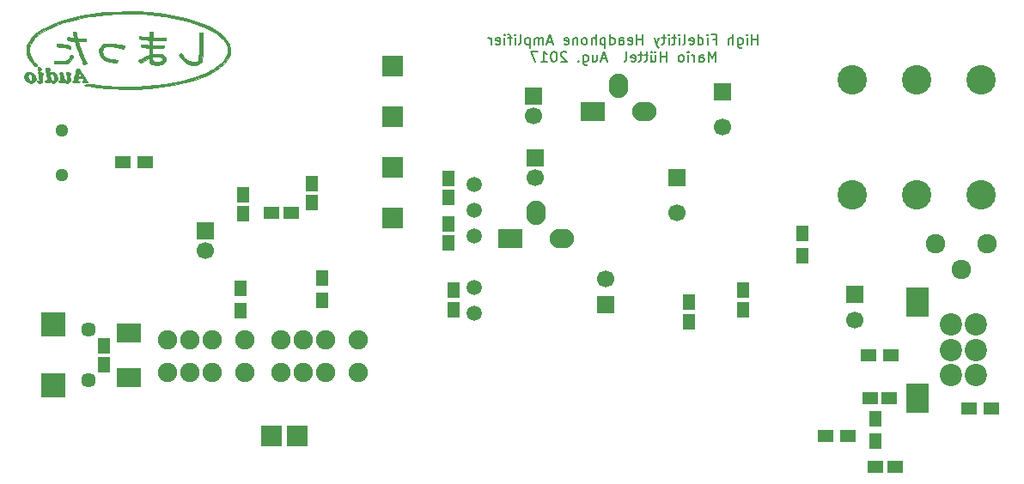
<source format=gbs>
G04 #@! TF.FileFunction,Soldermask,Bot*
%FSLAX46Y46*%
G04 Gerber Fmt 4.6, Leading zero omitted, Abs format (unit mm)*
G04 Created by KiCad (PCBNEW 4.0.6) date Sat Sep  9 23:31:10 2017*
%MOMM*%
%LPD*%
G01*
G04 APERTURE LIST*
%ADD10C,0.100000*%
%ADD11C,0.187500*%
%ADD12C,0.010000*%
%ADD13R,1.700000X1.700000*%
%ADD14C,1.700000*%
%ADD15C,1.299160*%
%ADD16R,1.150000X1.600000*%
%ADD17R,1.600000X1.150000*%
%ADD18C,2.900000*%
%ADD19C,1.900000*%
%ADD20R,1.300000X1.600000*%
%ADD21R,1.600000X1.300000*%
%ADD22C,2.200000*%
%ADD23R,2.200000X2.900000*%
%ADD24R,2.100000X2.100000*%
%ADD25R,2.400000X2.400000*%
%ADD26R,2.400000X1.900000*%
%ADD27C,1.450000*%
%ADD28O,2.398980X1.901140*%
%ADD29R,2.398980X1.901140*%
%ADD30O,1.901140X2.398980*%
%ADD31C,1.500000*%
%ADD32C,1.924000*%
G04 APERTURE END LIST*
D10*
D11*
X86464287Y-17858631D02*
X86464287Y-16858631D01*
X86464287Y-17334821D02*
X85892858Y-17334821D01*
X85892858Y-17858631D02*
X85892858Y-16858631D01*
X85416668Y-17858631D02*
X85416668Y-17191964D01*
X85416668Y-16858631D02*
X85464287Y-16906250D01*
X85416668Y-16953869D01*
X85369049Y-16906250D01*
X85416668Y-16858631D01*
X85416668Y-16953869D01*
X84511906Y-17191964D02*
X84511906Y-18001488D01*
X84559525Y-18096726D01*
X84607144Y-18144345D01*
X84702383Y-18191964D01*
X84845240Y-18191964D01*
X84940478Y-18144345D01*
X84511906Y-17811012D02*
X84607144Y-17858631D01*
X84797621Y-17858631D01*
X84892859Y-17811012D01*
X84940478Y-17763393D01*
X84988097Y-17668155D01*
X84988097Y-17382440D01*
X84940478Y-17287202D01*
X84892859Y-17239583D01*
X84797621Y-17191964D01*
X84607144Y-17191964D01*
X84511906Y-17239583D01*
X84035716Y-17858631D02*
X84035716Y-16858631D01*
X83607144Y-17858631D02*
X83607144Y-17334821D01*
X83654763Y-17239583D01*
X83750001Y-17191964D01*
X83892859Y-17191964D01*
X83988097Y-17239583D01*
X84035716Y-17287202D01*
X82035715Y-17334821D02*
X82369049Y-17334821D01*
X82369049Y-17858631D02*
X82369049Y-16858631D01*
X81892858Y-16858631D01*
X81511906Y-17858631D02*
X81511906Y-17191964D01*
X81511906Y-16858631D02*
X81559525Y-16906250D01*
X81511906Y-16953869D01*
X81464287Y-16906250D01*
X81511906Y-16858631D01*
X81511906Y-16953869D01*
X80607144Y-17858631D02*
X80607144Y-16858631D01*
X80607144Y-17811012D02*
X80702382Y-17858631D01*
X80892859Y-17858631D01*
X80988097Y-17811012D01*
X81035716Y-17763393D01*
X81083335Y-17668155D01*
X81083335Y-17382440D01*
X81035716Y-17287202D01*
X80988097Y-17239583D01*
X80892859Y-17191964D01*
X80702382Y-17191964D01*
X80607144Y-17239583D01*
X79750001Y-17811012D02*
X79845239Y-17858631D01*
X80035716Y-17858631D01*
X80130954Y-17811012D01*
X80178573Y-17715774D01*
X80178573Y-17334821D01*
X80130954Y-17239583D01*
X80035716Y-17191964D01*
X79845239Y-17191964D01*
X79750001Y-17239583D01*
X79702382Y-17334821D01*
X79702382Y-17430060D01*
X80178573Y-17525298D01*
X79130954Y-17858631D02*
X79226192Y-17811012D01*
X79273811Y-17715774D01*
X79273811Y-16858631D01*
X78750001Y-17858631D02*
X78750001Y-17191964D01*
X78750001Y-16858631D02*
X78797620Y-16906250D01*
X78750001Y-16953869D01*
X78702382Y-16906250D01*
X78750001Y-16858631D01*
X78750001Y-16953869D01*
X78416668Y-17191964D02*
X78035716Y-17191964D01*
X78273811Y-16858631D02*
X78273811Y-17715774D01*
X78226192Y-17811012D01*
X78130954Y-17858631D01*
X78035716Y-17858631D01*
X77702382Y-17858631D02*
X77702382Y-17191964D01*
X77702382Y-16858631D02*
X77750001Y-16906250D01*
X77702382Y-16953869D01*
X77654763Y-16906250D01*
X77702382Y-16858631D01*
X77702382Y-16953869D01*
X77369049Y-17191964D02*
X76988097Y-17191964D01*
X77226192Y-16858631D02*
X77226192Y-17715774D01*
X77178573Y-17811012D01*
X77083335Y-17858631D01*
X76988097Y-17858631D01*
X76750001Y-17191964D02*
X76511906Y-17858631D01*
X76273810Y-17191964D02*
X76511906Y-17858631D01*
X76607144Y-18096726D01*
X76654763Y-18144345D01*
X76750001Y-18191964D01*
X75130953Y-17858631D02*
X75130953Y-16858631D01*
X75130953Y-17334821D02*
X74559524Y-17334821D01*
X74559524Y-17858631D02*
X74559524Y-16858631D01*
X73702381Y-17811012D02*
X73797619Y-17858631D01*
X73988096Y-17858631D01*
X74083334Y-17811012D01*
X74130953Y-17715774D01*
X74130953Y-17334821D01*
X74083334Y-17239583D01*
X73988096Y-17191964D01*
X73797619Y-17191964D01*
X73702381Y-17239583D01*
X73654762Y-17334821D01*
X73654762Y-17430060D01*
X74130953Y-17525298D01*
X72797619Y-17858631D02*
X72797619Y-17334821D01*
X72845238Y-17239583D01*
X72940476Y-17191964D01*
X73130953Y-17191964D01*
X73226191Y-17239583D01*
X72797619Y-17811012D02*
X72892857Y-17858631D01*
X73130953Y-17858631D01*
X73226191Y-17811012D01*
X73273810Y-17715774D01*
X73273810Y-17620536D01*
X73226191Y-17525298D01*
X73130953Y-17477679D01*
X72892857Y-17477679D01*
X72797619Y-17430060D01*
X71892857Y-17858631D02*
X71892857Y-16858631D01*
X71892857Y-17811012D02*
X71988095Y-17858631D01*
X72178572Y-17858631D01*
X72273810Y-17811012D01*
X72321429Y-17763393D01*
X72369048Y-17668155D01*
X72369048Y-17382440D01*
X72321429Y-17287202D01*
X72273810Y-17239583D01*
X72178572Y-17191964D01*
X71988095Y-17191964D01*
X71892857Y-17239583D01*
X71416667Y-17191964D02*
X71416667Y-18191964D01*
X71416667Y-17239583D02*
X71321429Y-17191964D01*
X71130952Y-17191964D01*
X71035714Y-17239583D01*
X70988095Y-17287202D01*
X70940476Y-17382440D01*
X70940476Y-17668155D01*
X70988095Y-17763393D01*
X71035714Y-17811012D01*
X71130952Y-17858631D01*
X71321429Y-17858631D01*
X71416667Y-17811012D01*
X70511905Y-17858631D02*
X70511905Y-16858631D01*
X70083333Y-17858631D02*
X70083333Y-17334821D01*
X70130952Y-17239583D01*
X70226190Y-17191964D01*
X70369048Y-17191964D01*
X70464286Y-17239583D01*
X70511905Y-17287202D01*
X69464286Y-17858631D02*
X69559524Y-17811012D01*
X69607143Y-17763393D01*
X69654762Y-17668155D01*
X69654762Y-17382440D01*
X69607143Y-17287202D01*
X69559524Y-17239583D01*
X69464286Y-17191964D01*
X69321428Y-17191964D01*
X69226190Y-17239583D01*
X69178571Y-17287202D01*
X69130952Y-17382440D01*
X69130952Y-17668155D01*
X69178571Y-17763393D01*
X69226190Y-17811012D01*
X69321428Y-17858631D01*
X69464286Y-17858631D01*
X68702381Y-17191964D02*
X68702381Y-17858631D01*
X68702381Y-17287202D02*
X68654762Y-17239583D01*
X68559524Y-17191964D01*
X68416666Y-17191964D01*
X68321428Y-17239583D01*
X68273809Y-17334821D01*
X68273809Y-17858631D01*
X67416666Y-17811012D02*
X67511904Y-17858631D01*
X67702381Y-17858631D01*
X67797619Y-17811012D01*
X67845238Y-17715774D01*
X67845238Y-17334821D01*
X67797619Y-17239583D01*
X67702381Y-17191964D01*
X67511904Y-17191964D01*
X67416666Y-17239583D01*
X67369047Y-17334821D01*
X67369047Y-17430060D01*
X67845238Y-17525298D01*
X66226190Y-17572917D02*
X65749999Y-17572917D01*
X66321428Y-17858631D02*
X65988095Y-16858631D01*
X65654761Y-17858631D01*
X65321428Y-17858631D02*
X65321428Y-17191964D01*
X65321428Y-17287202D02*
X65273809Y-17239583D01*
X65178571Y-17191964D01*
X65035713Y-17191964D01*
X64940475Y-17239583D01*
X64892856Y-17334821D01*
X64892856Y-17858631D01*
X64892856Y-17334821D02*
X64845237Y-17239583D01*
X64749999Y-17191964D01*
X64607142Y-17191964D01*
X64511904Y-17239583D01*
X64464285Y-17334821D01*
X64464285Y-17858631D01*
X63988095Y-17191964D02*
X63988095Y-18191964D01*
X63988095Y-17239583D02*
X63892857Y-17191964D01*
X63702380Y-17191964D01*
X63607142Y-17239583D01*
X63559523Y-17287202D01*
X63511904Y-17382440D01*
X63511904Y-17668155D01*
X63559523Y-17763393D01*
X63607142Y-17811012D01*
X63702380Y-17858631D01*
X63892857Y-17858631D01*
X63988095Y-17811012D01*
X62940476Y-17858631D02*
X63035714Y-17811012D01*
X63083333Y-17715774D01*
X63083333Y-16858631D01*
X62559523Y-17858631D02*
X62559523Y-17191964D01*
X62559523Y-16858631D02*
X62607142Y-16906250D01*
X62559523Y-16953869D01*
X62511904Y-16906250D01*
X62559523Y-16858631D01*
X62559523Y-16953869D01*
X62226190Y-17191964D02*
X61845238Y-17191964D01*
X62083333Y-17858631D02*
X62083333Y-17001488D01*
X62035714Y-16906250D01*
X61940476Y-16858631D01*
X61845238Y-16858631D01*
X61511904Y-17858631D02*
X61511904Y-17191964D01*
X61511904Y-16858631D02*
X61559523Y-16906250D01*
X61511904Y-16953869D01*
X61464285Y-16906250D01*
X61511904Y-16858631D01*
X61511904Y-16953869D01*
X60654761Y-17811012D02*
X60749999Y-17858631D01*
X60940476Y-17858631D01*
X61035714Y-17811012D01*
X61083333Y-17715774D01*
X61083333Y-17334821D01*
X61035714Y-17239583D01*
X60940476Y-17191964D01*
X60749999Y-17191964D01*
X60654761Y-17239583D01*
X60607142Y-17334821D01*
X60607142Y-17430060D01*
X61083333Y-17525298D01*
X60178571Y-17858631D02*
X60178571Y-17191964D01*
X60178571Y-17382440D02*
X60130952Y-17287202D01*
X60083333Y-17239583D01*
X59988095Y-17191964D01*
X59892856Y-17191964D01*
X82273811Y-19546131D02*
X82273811Y-18546131D01*
X81940477Y-19260417D01*
X81607144Y-18546131D01*
X81607144Y-19546131D01*
X80702382Y-19546131D02*
X80702382Y-19022321D01*
X80750001Y-18927083D01*
X80845239Y-18879464D01*
X81035716Y-18879464D01*
X81130954Y-18927083D01*
X80702382Y-19498512D02*
X80797620Y-19546131D01*
X81035716Y-19546131D01*
X81130954Y-19498512D01*
X81178573Y-19403274D01*
X81178573Y-19308036D01*
X81130954Y-19212798D01*
X81035716Y-19165179D01*
X80797620Y-19165179D01*
X80702382Y-19117560D01*
X80226192Y-19546131D02*
X80226192Y-18879464D01*
X80226192Y-19069940D02*
X80178573Y-18974702D01*
X80130954Y-18927083D01*
X80035716Y-18879464D01*
X79940477Y-18879464D01*
X79607144Y-19546131D02*
X79607144Y-18879464D01*
X79607144Y-18546131D02*
X79654763Y-18593750D01*
X79607144Y-18641369D01*
X79559525Y-18593750D01*
X79607144Y-18546131D01*
X79607144Y-18641369D01*
X78988097Y-19546131D02*
X79083335Y-19498512D01*
X79130954Y-19450893D01*
X79178573Y-19355655D01*
X79178573Y-19069940D01*
X79130954Y-18974702D01*
X79083335Y-18927083D01*
X78988097Y-18879464D01*
X78845239Y-18879464D01*
X78750001Y-18927083D01*
X78702382Y-18974702D01*
X78654763Y-19069940D01*
X78654763Y-19355655D01*
X78702382Y-19450893D01*
X78750001Y-19498512D01*
X78845239Y-19546131D01*
X78988097Y-19546131D01*
X77464287Y-19546131D02*
X77464287Y-18546131D01*
X77464287Y-19022321D02*
X76892858Y-19022321D01*
X76892858Y-19546131D02*
X76892858Y-18546131D01*
X75988096Y-18879464D02*
X75988096Y-19546131D01*
X76416668Y-18879464D02*
X76416668Y-19403274D01*
X76369049Y-19498512D01*
X76273811Y-19546131D01*
X76130953Y-19546131D01*
X76035715Y-19498512D01*
X75988096Y-19450893D01*
X76369049Y-18546131D02*
X76321430Y-18593750D01*
X76369049Y-18641369D01*
X76416668Y-18593750D01*
X76369049Y-18546131D01*
X76369049Y-18641369D01*
X75988096Y-18546131D02*
X75940477Y-18593750D01*
X75988096Y-18641369D01*
X76035715Y-18593750D01*
X75988096Y-18546131D01*
X75988096Y-18641369D01*
X75654763Y-18879464D02*
X75273811Y-18879464D01*
X75511906Y-18546131D02*
X75511906Y-19403274D01*
X75464287Y-19498512D01*
X75369049Y-19546131D01*
X75273811Y-19546131D01*
X75083334Y-18879464D02*
X74702382Y-18879464D01*
X74940477Y-18546131D02*
X74940477Y-19403274D01*
X74892858Y-19498512D01*
X74797620Y-19546131D01*
X74702382Y-19546131D01*
X73988095Y-19498512D02*
X74083333Y-19546131D01*
X74273810Y-19546131D01*
X74369048Y-19498512D01*
X74416667Y-19403274D01*
X74416667Y-19022321D01*
X74369048Y-18927083D01*
X74273810Y-18879464D01*
X74083333Y-18879464D01*
X73988095Y-18927083D01*
X73940476Y-19022321D01*
X73940476Y-19117560D01*
X74416667Y-19212798D01*
X73369048Y-19546131D02*
X73464286Y-19498512D01*
X73511905Y-19403274D01*
X73511905Y-18546131D01*
X71511904Y-19260417D02*
X71035713Y-19260417D01*
X71607142Y-19546131D02*
X71273809Y-18546131D01*
X70940475Y-19546131D01*
X70178570Y-18879464D02*
X70178570Y-19546131D01*
X70607142Y-18879464D02*
X70607142Y-19403274D01*
X70559523Y-19498512D01*
X70464285Y-19546131D01*
X70321427Y-19546131D01*
X70226189Y-19498512D01*
X70178570Y-19450893D01*
X69273808Y-18879464D02*
X69273808Y-19688988D01*
X69321427Y-19784226D01*
X69369046Y-19831845D01*
X69464285Y-19879464D01*
X69607142Y-19879464D01*
X69702380Y-19831845D01*
X69273808Y-19498512D02*
X69369046Y-19546131D01*
X69559523Y-19546131D01*
X69654761Y-19498512D01*
X69702380Y-19450893D01*
X69749999Y-19355655D01*
X69749999Y-19069940D01*
X69702380Y-18974702D01*
X69654761Y-18927083D01*
X69559523Y-18879464D01*
X69369046Y-18879464D01*
X69273808Y-18927083D01*
X68797618Y-19450893D02*
X68749999Y-19498512D01*
X68797618Y-19546131D01*
X68845237Y-19498512D01*
X68797618Y-19450893D01*
X68797618Y-19546131D01*
X67607142Y-18641369D02*
X67559523Y-18593750D01*
X67464285Y-18546131D01*
X67226189Y-18546131D01*
X67130951Y-18593750D01*
X67083332Y-18641369D01*
X67035713Y-18736607D01*
X67035713Y-18831845D01*
X67083332Y-18974702D01*
X67654761Y-19546131D01*
X67035713Y-19546131D01*
X66416666Y-18546131D02*
X66321427Y-18546131D01*
X66226189Y-18593750D01*
X66178570Y-18641369D01*
X66130951Y-18736607D01*
X66083332Y-18927083D01*
X66083332Y-19165179D01*
X66130951Y-19355655D01*
X66178570Y-19450893D01*
X66226189Y-19498512D01*
X66321427Y-19546131D01*
X66416666Y-19546131D01*
X66511904Y-19498512D01*
X66559523Y-19450893D01*
X66607142Y-19355655D01*
X66654761Y-19165179D01*
X66654761Y-18927083D01*
X66607142Y-18736607D01*
X66559523Y-18641369D01*
X66511904Y-18593750D01*
X66416666Y-18546131D01*
X65130951Y-19546131D02*
X65702380Y-19546131D01*
X65416666Y-19546131D02*
X65416666Y-18546131D01*
X65511904Y-18688988D01*
X65607142Y-18784226D01*
X65702380Y-18831845D01*
X64797618Y-18546131D02*
X64130951Y-18546131D01*
X64559523Y-19546131D01*
D12*
G36*
X23216077Y-14609419D02*
X22043439Y-14688315D01*
X20917192Y-14817668D01*
X19845442Y-14995974D01*
X18836294Y-15221727D01*
X17897854Y-15493425D01*
X17038226Y-15809564D01*
X16490475Y-16055156D01*
X15915421Y-16366584D01*
X15426046Y-16698550D01*
X15026613Y-17047493D01*
X14721387Y-17409850D01*
X14571800Y-17658185D01*
X14496257Y-17818316D01*
X14450624Y-17957015D01*
X14427592Y-18110597D01*
X14419852Y-18315375D01*
X14419400Y-18415400D01*
X14423220Y-18649611D01*
X14439319Y-18817543D01*
X14474661Y-18954373D01*
X14536209Y-19095282D01*
X14565191Y-19152000D01*
X14683533Y-19353088D01*
X14823676Y-19552494D01*
X14969547Y-19731343D01*
X15105072Y-19870762D01*
X15214179Y-19951877D01*
X15257374Y-19964800D01*
X15385368Y-19955327D01*
X15440607Y-19919812D01*
X15421786Y-19847604D01*
X15327601Y-19728056D01*
X15213677Y-19608000D01*
X14918603Y-19256288D01*
X14725119Y-18905649D01*
X14633223Y-18555720D01*
X14642915Y-18206135D01*
X14754195Y-17856533D01*
X14967060Y-17506548D01*
X15209145Y-17227416D01*
X15610442Y-16876879D01*
X16104832Y-16545031D01*
X16685062Y-16234646D01*
X17343879Y-15948502D01*
X18074031Y-15689373D01*
X18868264Y-15460035D01*
X19719325Y-15263263D01*
X20619961Y-15101834D01*
X20854563Y-15066961D01*
X22165481Y-14909898D01*
X23431893Y-14821398D01*
X24679840Y-14801466D01*
X25935359Y-14850108D01*
X27224491Y-14967328D01*
X28008400Y-15068232D01*
X28828024Y-15203768D01*
X29629458Y-15374004D01*
X30397861Y-15574451D01*
X31118397Y-15800622D01*
X31776224Y-16048028D01*
X32356505Y-16312181D01*
X32656600Y-16474134D01*
X33090878Y-16755803D01*
X33468447Y-17061962D01*
X33781405Y-17383025D01*
X34021851Y-17709407D01*
X34181881Y-18031520D01*
X34253595Y-18339779D01*
X34256800Y-18415400D01*
X34208996Y-18718564D01*
X34070848Y-19038040D01*
X33850261Y-19364242D01*
X33555136Y-19687582D01*
X33193375Y-19998475D01*
X32772880Y-20287334D01*
X32656600Y-20356665D01*
X32072363Y-20655923D01*
X31400440Y-20931279D01*
X30652365Y-21180704D01*
X29839670Y-21402169D01*
X28973888Y-21593645D01*
X28066552Y-21753105D01*
X27129193Y-21878520D01*
X26173345Y-21967861D01*
X25210540Y-22019100D01*
X24252310Y-22030208D01*
X23316542Y-21999516D01*
X22946570Y-21976474D01*
X22564823Y-21948912D01*
X22199640Y-21919141D01*
X21879363Y-21889471D01*
X21633000Y-21862297D01*
X21235282Y-21813742D01*
X20924071Y-21779720D01*
X20685402Y-21759675D01*
X20505308Y-21753049D01*
X20369825Y-21759287D01*
X20264986Y-21777833D01*
X20185200Y-21804623D01*
X20113421Y-21835696D01*
X20082850Y-21859091D01*
X20105302Y-21879182D01*
X20192587Y-21900343D01*
X20356519Y-21926949D01*
X20608909Y-21963374D01*
X20617000Y-21964526D01*
X20869974Y-22000827D01*
X21099560Y-22034286D01*
X21279412Y-22061031D01*
X21379000Y-22076496D01*
X21720117Y-22121608D01*
X22145105Y-22159792D01*
X22636451Y-22190714D01*
X23176641Y-22214039D01*
X23748161Y-22229432D01*
X24333497Y-22236560D01*
X24915134Y-22235087D01*
X25475559Y-22224680D01*
X25997259Y-22205003D01*
X26462718Y-22175724D01*
X26484400Y-22173985D01*
X27743025Y-22041751D01*
X28916655Y-21855941D01*
X30006865Y-21616169D01*
X31015225Y-21322048D01*
X31943308Y-20973191D01*
X32599658Y-20669332D01*
X33066756Y-20401274D01*
X33486903Y-20096370D01*
X33846107Y-19767220D01*
X34130374Y-19426427D01*
X34303694Y-19134785D01*
X34389982Y-18936252D01*
X34437656Y-18765505D01*
X34457280Y-18573915D01*
X34460000Y-18415400D01*
X34452928Y-18184247D01*
X34424666Y-18005508D01*
X34364647Y-17830550D01*
X34303694Y-17696014D01*
X34069002Y-17315575D01*
X33739469Y-16952439D01*
X33320653Y-16608358D01*
X32818117Y-16285086D01*
X32237422Y-15984375D01*
X31584127Y-15707979D01*
X30863794Y-15457650D01*
X30081983Y-15235142D01*
X29244256Y-15042208D01*
X28356172Y-14880600D01*
X27423294Y-14752071D01*
X26451181Y-14658375D01*
X25445395Y-14601265D01*
X24427000Y-14582483D01*
X23216077Y-14609419D01*
X23216077Y-14609419D01*
G37*
X23216077Y-14609419D02*
X22043439Y-14688315D01*
X20917192Y-14817668D01*
X19845442Y-14995974D01*
X18836294Y-15221727D01*
X17897854Y-15493425D01*
X17038226Y-15809564D01*
X16490475Y-16055156D01*
X15915421Y-16366584D01*
X15426046Y-16698550D01*
X15026613Y-17047493D01*
X14721387Y-17409850D01*
X14571800Y-17658185D01*
X14496257Y-17818316D01*
X14450624Y-17957015D01*
X14427592Y-18110597D01*
X14419852Y-18315375D01*
X14419400Y-18415400D01*
X14423220Y-18649611D01*
X14439319Y-18817543D01*
X14474661Y-18954373D01*
X14536209Y-19095282D01*
X14565191Y-19152000D01*
X14683533Y-19353088D01*
X14823676Y-19552494D01*
X14969547Y-19731343D01*
X15105072Y-19870762D01*
X15214179Y-19951877D01*
X15257374Y-19964800D01*
X15385368Y-19955327D01*
X15440607Y-19919812D01*
X15421786Y-19847604D01*
X15327601Y-19728056D01*
X15213677Y-19608000D01*
X14918603Y-19256288D01*
X14725119Y-18905649D01*
X14633223Y-18555720D01*
X14642915Y-18206135D01*
X14754195Y-17856533D01*
X14967060Y-17506548D01*
X15209145Y-17227416D01*
X15610442Y-16876879D01*
X16104832Y-16545031D01*
X16685062Y-16234646D01*
X17343879Y-15948502D01*
X18074031Y-15689373D01*
X18868264Y-15460035D01*
X19719325Y-15263263D01*
X20619961Y-15101834D01*
X20854563Y-15066961D01*
X22165481Y-14909898D01*
X23431893Y-14821398D01*
X24679840Y-14801466D01*
X25935359Y-14850108D01*
X27224491Y-14967328D01*
X28008400Y-15068232D01*
X28828024Y-15203768D01*
X29629458Y-15374004D01*
X30397861Y-15574451D01*
X31118397Y-15800622D01*
X31776224Y-16048028D01*
X32356505Y-16312181D01*
X32656600Y-16474134D01*
X33090878Y-16755803D01*
X33468447Y-17061962D01*
X33781405Y-17383025D01*
X34021851Y-17709407D01*
X34181881Y-18031520D01*
X34253595Y-18339779D01*
X34256800Y-18415400D01*
X34208996Y-18718564D01*
X34070848Y-19038040D01*
X33850261Y-19364242D01*
X33555136Y-19687582D01*
X33193375Y-19998475D01*
X32772880Y-20287334D01*
X32656600Y-20356665D01*
X32072363Y-20655923D01*
X31400440Y-20931279D01*
X30652365Y-21180704D01*
X29839670Y-21402169D01*
X28973888Y-21593645D01*
X28066552Y-21753105D01*
X27129193Y-21878520D01*
X26173345Y-21967861D01*
X25210540Y-22019100D01*
X24252310Y-22030208D01*
X23316542Y-21999516D01*
X22946570Y-21976474D01*
X22564823Y-21948912D01*
X22199640Y-21919141D01*
X21879363Y-21889471D01*
X21633000Y-21862297D01*
X21235282Y-21813742D01*
X20924071Y-21779720D01*
X20685402Y-21759675D01*
X20505308Y-21753049D01*
X20369825Y-21759287D01*
X20264986Y-21777833D01*
X20185200Y-21804623D01*
X20113421Y-21835696D01*
X20082850Y-21859091D01*
X20105302Y-21879182D01*
X20192587Y-21900343D01*
X20356519Y-21926949D01*
X20608909Y-21963374D01*
X20617000Y-21964526D01*
X20869974Y-22000827D01*
X21099560Y-22034286D01*
X21279412Y-22061031D01*
X21379000Y-22076496D01*
X21720117Y-22121608D01*
X22145105Y-22159792D01*
X22636451Y-22190714D01*
X23176641Y-22214039D01*
X23748161Y-22229432D01*
X24333497Y-22236560D01*
X24915134Y-22235087D01*
X25475559Y-22224680D01*
X25997259Y-22205003D01*
X26462718Y-22175724D01*
X26484400Y-22173985D01*
X27743025Y-22041751D01*
X28916655Y-21855941D01*
X30006865Y-21616169D01*
X31015225Y-21322048D01*
X31943308Y-20973191D01*
X32599658Y-20669332D01*
X33066756Y-20401274D01*
X33486903Y-20096370D01*
X33846107Y-19767220D01*
X34130374Y-19426427D01*
X34303694Y-19134785D01*
X34389982Y-18936252D01*
X34437656Y-18765505D01*
X34457280Y-18573915D01*
X34460000Y-18415400D01*
X34452928Y-18184247D01*
X34424666Y-18005508D01*
X34364647Y-17830550D01*
X34303694Y-17696014D01*
X34069002Y-17315575D01*
X33739469Y-16952439D01*
X33320653Y-16608358D01*
X32818117Y-16285086D01*
X32237422Y-15984375D01*
X31584127Y-15707979D01*
X30863794Y-15457650D01*
X30081983Y-15235142D01*
X29244256Y-15042208D01*
X28356172Y-14880600D01*
X27423294Y-14752071D01*
X26451181Y-14658375D01*
X25445395Y-14601265D01*
X24427000Y-14582483D01*
X23216077Y-14609419D01*
G36*
X19452525Y-20229154D02*
X19390327Y-20235819D01*
X19344675Y-20251635D01*
X19308876Y-20292140D01*
X19276239Y-20372871D01*
X19240072Y-20509368D01*
X19193680Y-20717168D01*
X19145289Y-20942489D01*
X19095448Y-21139827D01*
X19040466Y-21304008D01*
X18990870Y-21404460D01*
X18983048Y-21413695D01*
X18916655Y-21514467D01*
X18945201Y-21585709D01*
X19065790Y-21625295D01*
X19275524Y-21631096D01*
X19278811Y-21630941D01*
X19459518Y-21610052D01*
X19580753Y-21572669D01*
X19631261Y-21526831D01*
X19599784Y-21480575D01*
X19527419Y-21453404D01*
X19445652Y-21403608D01*
X19432525Y-21297464D01*
X19433167Y-21291660D01*
X19453954Y-21208678D01*
X19510321Y-21166259D01*
X19631216Y-21147069D01*
X19680650Y-21143494D01*
X19827987Y-21140722D01*
X19909760Y-21166683D01*
X19960930Y-21235342D01*
X19972750Y-21260184D01*
X20021204Y-21375248D01*
X20022158Y-21425584D01*
X19972642Y-21437789D01*
X19952876Y-21438000D01*
X19892091Y-21475875D01*
X19889851Y-21526900D01*
X19926040Y-21583842D01*
X20022108Y-21616332D01*
X20168435Y-21630997D01*
X20323008Y-21630379D01*
X20432444Y-21612187D01*
X20462144Y-21594374D01*
X20449486Y-21530192D01*
X20376497Y-21440748D01*
X20361718Y-21427387D01*
X20285048Y-21338647D01*
X20174834Y-21182744D01*
X20045944Y-20981841D01*
X20023431Y-20943916D01*
X19763834Y-20943916D01*
X19686453Y-20979210D01*
X19651800Y-20980800D01*
X19554821Y-20959516D01*
X19525202Y-20877214D01*
X19524800Y-20857954D01*
X19538027Y-20724397D01*
X19557005Y-20651186D01*
X19587760Y-20607998D01*
X19633216Y-20639620D01*
X19683670Y-20710532D01*
X19762619Y-20856789D01*
X19763834Y-20943916D01*
X20023431Y-20943916D01*
X19916130Y-20763165D01*
X19784223Y-20534455D01*
X19689243Y-20380560D01*
X19618949Y-20287380D01*
X19561102Y-20240818D01*
X19503465Y-20226776D01*
X19452525Y-20229154D01*
X19452525Y-20229154D01*
G37*
X19452525Y-20229154D02*
X19390327Y-20235819D01*
X19344675Y-20251635D01*
X19308876Y-20292140D01*
X19276239Y-20372871D01*
X19240072Y-20509368D01*
X19193680Y-20717168D01*
X19145289Y-20942489D01*
X19095448Y-21139827D01*
X19040466Y-21304008D01*
X18990870Y-21404460D01*
X18983048Y-21413695D01*
X18916655Y-21514467D01*
X18945201Y-21585709D01*
X19065790Y-21625295D01*
X19275524Y-21631096D01*
X19278811Y-21630941D01*
X19459518Y-21610052D01*
X19580753Y-21572669D01*
X19631261Y-21526831D01*
X19599784Y-21480575D01*
X19527419Y-21453404D01*
X19445652Y-21403608D01*
X19432525Y-21297464D01*
X19433167Y-21291660D01*
X19453954Y-21208678D01*
X19510321Y-21166259D01*
X19631216Y-21147069D01*
X19680650Y-21143494D01*
X19827987Y-21140722D01*
X19909760Y-21166683D01*
X19960930Y-21235342D01*
X19972750Y-21260184D01*
X20021204Y-21375248D01*
X20022158Y-21425584D01*
X19972642Y-21437789D01*
X19952876Y-21438000D01*
X19892091Y-21475875D01*
X19889851Y-21526900D01*
X19926040Y-21583842D01*
X20022108Y-21616332D01*
X20168435Y-21630997D01*
X20323008Y-21630379D01*
X20432444Y-21612187D01*
X20462144Y-21594374D01*
X20449486Y-21530192D01*
X20376497Y-21440748D01*
X20361718Y-21427387D01*
X20285048Y-21338647D01*
X20174834Y-21182744D01*
X20045944Y-20981841D01*
X20023431Y-20943916D01*
X19763834Y-20943916D01*
X19686453Y-20979210D01*
X19651800Y-20980800D01*
X19554821Y-20959516D01*
X19525202Y-20877214D01*
X19524800Y-20857954D01*
X19538027Y-20724397D01*
X19557005Y-20651186D01*
X19587760Y-20607998D01*
X19633216Y-20639620D01*
X19683670Y-20710532D01*
X19762619Y-20856789D01*
X19763834Y-20943916D01*
X20023431Y-20943916D01*
X19916130Y-20763165D01*
X19784223Y-20534455D01*
X19689243Y-20380560D01*
X19618949Y-20287380D01*
X19561102Y-20240818D01*
X19503465Y-20226776D01*
X19452525Y-20229154D01*
G36*
X17682781Y-20584219D02*
X17653073Y-20629124D01*
X17663406Y-20690822D01*
X17685862Y-20806939D01*
X17711532Y-20977443D01*
X17725824Y-21089699D01*
X17741335Y-21252084D01*
X17734657Y-21340985D01*
X17699338Y-21383290D01*
X17651311Y-21400321D01*
X17558518Y-21447058D01*
X17563332Y-21508129D01*
X17664063Y-21576351D01*
X17696000Y-21590400D01*
X17841680Y-21627856D01*
X17981777Y-21598131D01*
X17996192Y-21592309D01*
X18142162Y-21557317D01*
X18246852Y-21586146D01*
X18430286Y-21638225D01*
X18595707Y-21591409D01*
X18665128Y-21535672D01*
X18733269Y-21439602D01*
X18745415Y-21364366D01*
X18708841Y-21233254D01*
X18685455Y-21082325D01*
X18677616Y-20943854D01*
X18687685Y-20850119D01*
X18706232Y-20828400D01*
X18752171Y-20785908D01*
X18762800Y-20726800D01*
X18729269Y-20643963D01*
X18648500Y-20624506D01*
X18504333Y-20610235D01*
X18412136Y-20591150D01*
X18336538Y-20577073D01*
X18307300Y-20605475D01*
X18312705Y-20699882D01*
X18323236Y-20769644D01*
X18364249Y-21028682D01*
X18390304Y-21203481D01*
X18400402Y-21310440D01*
X18393543Y-21365955D01*
X18368729Y-21386425D01*
X18324959Y-21388247D01*
X18285604Y-21387200D01*
X18197931Y-21372414D01*
X18132282Y-21316846D01*
X18079416Y-21203677D01*
X18030090Y-21016088D01*
X17999449Y-20866500D01*
X17964313Y-20702864D01*
X17928773Y-20615552D01*
X17875588Y-20580688D01*
X17788492Y-20574400D01*
X17682781Y-20584219D01*
X17682781Y-20584219D01*
G37*
X17682781Y-20584219D02*
X17653073Y-20629124D01*
X17663406Y-20690822D01*
X17685862Y-20806939D01*
X17711532Y-20977443D01*
X17725824Y-21089699D01*
X17741335Y-21252084D01*
X17734657Y-21340985D01*
X17699338Y-21383290D01*
X17651311Y-21400321D01*
X17558518Y-21447058D01*
X17563332Y-21508129D01*
X17664063Y-21576351D01*
X17696000Y-21590400D01*
X17841680Y-21627856D01*
X17981777Y-21598131D01*
X17996192Y-21592309D01*
X18142162Y-21557317D01*
X18246852Y-21586146D01*
X18430286Y-21638225D01*
X18595707Y-21591409D01*
X18665128Y-21535672D01*
X18733269Y-21439602D01*
X18745415Y-21364366D01*
X18708841Y-21233254D01*
X18685455Y-21082325D01*
X18677616Y-20943854D01*
X18687685Y-20850119D01*
X18706232Y-20828400D01*
X18752171Y-20785908D01*
X18762800Y-20726800D01*
X18729269Y-20643963D01*
X18648500Y-20624506D01*
X18504333Y-20610235D01*
X18412136Y-20591150D01*
X18336538Y-20577073D01*
X18307300Y-20605475D01*
X18312705Y-20699882D01*
X18323236Y-20769644D01*
X18364249Y-21028682D01*
X18390304Y-21203481D01*
X18400402Y-21310440D01*
X18393543Y-21365955D01*
X18368729Y-21386425D01*
X18324959Y-21388247D01*
X18285604Y-21387200D01*
X18197931Y-21372414D01*
X18132282Y-21316846D01*
X18079416Y-21203677D01*
X18030090Y-21016088D01*
X17999449Y-20866500D01*
X17964313Y-20702864D01*
X17928773Y-20615552D01*
X17875588Y-20580688D01*
X17788492Y-20574400D01*
X17682781Y-20584219D01*
G36*
X16239496Y-20161520D02*
X16246378Y-20231500D01*
X16270402Y-20352308D01*
X16302390Y-20530364D01*
X16337874Y-20738483D01*
X16372387Y-20949477D01*
X16401463Y-21136160D01*
X16420634Y-21271348D01*
X16425838Y-21323700D01*
X16383711Y-21375735D01*
X16327399Y-21387200D01*
X16221715Y-21412314D01*
X16205122Y-21475848D01*
X16282023Y-21560092D01*
X16284054Y-21561524D01*
X16441906Y-21631108D01*
X16589120Y-21625799D01*
X16679226Y-21565933D01*
X16736994Y-21517651D01*
X16804917Y-21536713D01*
X16849149Y-21565933D01*
X17023191Y-21635431D01*
X17195415Y-21604995D01*
X17317310Y-21516509D01*
X17416899Y-21349752D01*
X17433615Y-21200680D01*
X17134134Y-21200680D01*
X17132280Y-21338692D01*
X17103334Y-21404133D01*
X17006738Y-21440357D01*
X16897672Y-21396191D01*
X16806724Y-21285065D01*
X16748494Y-21124619D01*
X16716884Y-20947881D01*
X16716520Y-20942176D01*
X16718317Y-20814085D01*
X16754163Y-20754866D01*
X16818402Y-20736147D01*
X16918676Y-20754962D01*
X17011852Y-20853724D01*
X17034112Y-20888536D01*
X17099726Y-21038073D01*
X17134134Y-21200680D01*
X17433615Y-21200680D01*
X17440032Y-21143454D01*
X17385618Y-20926209D01*
X17342929Y-20844342D01*
X17198922Y-20672082D01*
X17022212Y-20590062D01*
X16826773Y-20583643D01*
X16698686Y-20589283D01*
X16642314Y-20563840D01*
X16629230Y-20493388D01*
X16629200Y-20486842D01*
X16648134Y-20396950D01*
X16680000Y-20371200D01*
X16725463Y-20330225D01*
X16730800Y-20297387D01*
X16685712Y-20236173D01*
X16570954Y-20180055D01*
X16540300Y-20170671D01*
X16367619Y-20128182D01*
X16273124Y-20123937D01*
X16239496Y-20161520D01*
X16239496Y-20161520D01*
G37*
X16239496Y-20161520D02*
X16246378Y-20231500D01*
X16270402Y-20352308D01*
X16302390Y-20530364D01*
X16337874Y-20738483D01*
X16372387Y-20949477D01*
X16401463Y-21136160D01*
X16420634Y-21271348D01*
X16425838Y-21323700D01*
X16383711Y-21375735D01*
X16327399Y-21387200D01*
X16221715Y-21412314D01*
X16205122Y-21475848D01*
X16282023Y-21560092D01*
X16284054Y-21561524D01*
X16441906Y-21631108D01*
X16589120Y-21625799D01*
X16679226Y-21565933D01*
X16736994Y-21517651D01*
X16804917Y-21536713D01*
X16849149Y-21565933D01*
X17023191Y-21635431D01*
X17195415Y-21604995D01*
X17317310Y-21516509D01*
X17416899Y-21349752D01*
X17433615Y-21200680D01*
X17134134Y-21200680D01*
X17132280Y-21338692D01*
X17103334Y-21404133D01*
X17006738Y-21440357D01*
X16897672Y-21396191D01*
X16806724Y-21285065D01*
X16748494Y-21124619D01*
X16716884Y-20947881D01*
X16716520Y-20942176D01*
X16718317Y-20814085D01*
X16754163Y-20754866D01*
X16818402Y-20736147D01*
X16918676Y-20754962D01*
X17011852Y-20853724D01*
X17034112Y-20888536D01*
X17099726Y-21038073D01*
X17134134Y-21200680D01*
X17433615Y-21200680D01*
X17440032Y-21143454D01*
X17385618Y-20926209D01*
X17342929Y-20844342D01*
X17198922Y-20672082D01*
X17022212Y-20590062D01*
X16826773Y-20583643D01*
X16698686Y-20589283D01*
X16642314Y-20563840D01*
X16629230Y-20493388D01*
X16629200Y-20486842D01*
X16648134Y-20396950D01*
X16680000Y-20371200D01*
X16725463Y-20330225D01*
X16730800Y-20297387D01*
X16685712Y-20236173D01*
X16570954Y-20180055D01*
X16540300Y-20170671D01*
X16367619Y-20128182D01*
X16273124Y-20123937D01*
X16239496Y-20161520D01*
G36*
X15532302Y-20587565D02*
X15534677Y-20640126D01*
X15553203Y-20767022D01*
X15584089Y-20942966D01*
X15591343Y-20981431D01*
X15625888Y-21164078D01*
X15651520Y-21302467D01*
X15663571Y-21371321D01*
X15663941Y-21374500D01*
X15620456Y-21384142D01*
X15539999Y-21387200D01*
X15419030Y-21408092D01*
X15391013Y-21461666D01*
X15458481Y-21534266D01*
X15507417Y-21562836D01*
X15703895Y-21633295D01*
X15852086Y-21617674D01*
X15916072Y-21567323D01*
X15950079Y-21473685D01*
X15953670Y-21303378D01*
X15941775Y-21160923D01*
X15927201Y-20962735D01*
X15936572Y-20855047D01*
X15962882Y-20828400D01*
X16010008Y-20786237D01*
X16019600Y-20733704D01*
X15996521Y-20670343D01*
X15912409Y-20630304D01*
X15782700Y-20606539D01*
X15640771Y-20590040D01*
X15549012Y-20584964D01*
X15532302Y-20587565D01*
X15532302Y-20587565D01*
G37*
X15532302Y-20587565D02*
X15534677Y-20640126D01*
X15553203Y-20767022D01*
X15584089Y-20942966D01*
X15591343Y-20981431D01*
X15625888Y-21164078D01*
X15651520Y-21302467D01*
X15663571Y-21371321D01*
X15663941Y-21374500D01*
X15620456Y-21384142D01*
X15539999Y-21387200D01*
X15419030Y-21408092D01*
X15391013Y-21461666D01*
X15458481Y-21534266D01*
X15507417Y-21562836D01*
X15703895Y-21633295D01*
X15852086Y-21617674D01*
X15916072Y-21567323D01*
X15950079Y-21473685D01*
X15953670Y-21303378D01*
X15941775Y-21160923D01*
X15927201Y-20962735D01*
X15936572Y-20855047D01*
X15962882Y-20828400D01*
X16010008Y-20786237D01*
X16019600Y-20733704D01*
X15996521Y-20670343D01*
X15912409Y-20630304D01*
X15782700Y-20606539D01*
X15640771Y-20590040D01*
X15549012Y-20584964D01*
X15532302Y-20587565D01*
G36*
X14506241Y-20588924D02*
X14332285Y-20683224D01*
X14315491Y-20699090D01*
X14213254Y-20860894D01*
X14193718Y-21039701D01*
X14243364Y-21219887D01*
X14348677Y-21385827D01*
X14496137Y-21521898D01*
X14672229Y-21612473D01*
X14863433Y-21641928D01*
X15056233Y-21594640D01*
X15079800Y-21582539D01*
X15237452Y-21447905D01*
X15300484Y-21281410D01*
X14950553Y-21281410D01*
X14935281Y-21359580D01*
X14866104Y-21427703D01*
X14761643Y-21426561D01*
X14656484Y-21360648D01*
X14623181Y-21319015D01*
X14551731Y-21164519D01*
X14527471Y-21010521D01*
X14543798Y-20876006D01*
X14594111Y-20779960D01*
X14671806Y-20741370D01*
X14770283Y-20779221D01*
X14801320Y-20806741D01*
X14882894Y-20936893D01*
X14936610Y-21111506D01*
X14950553Y-21281410D01*
X15300484Y-21281410D01*
X15305510Y-21268136D01*
X15283009Y-21047770D01*
X15225350Y-20897339D01*
X15097474Y-20729463D01*
X14916532Y-20618078D01*
X14710222Y-20569220D01*
X14506241Y-20588924D01*
X14506241Y-20588924D01*
G37*
X14506241Y-20588924D02*
X14332285Y-20683224D01*
X14315491Y-20699090D01*
X14213254Y-20860894D01*
X14193718Y-21039701D01*
X14243364Y-21219887D01*
X14348677Y-21385827D01*
X14496137Y-21521898D01*
X14672229Y-21612473D01*
X14863433Y-21641928D01*
X15056233Y-21594640D01*
X15079800Y-21582539D01*
X15237452Y-21447905D01*
X15300484Y-21281410D01*
X14950553Y-21281410D01*
X14935281Y-21359580D01*
X14866104Y-21427703D01*
X14761643Y-21426561D01*
X14656484Y-21360648D01*
X14623181Y-21319015D01*
X14551731Y-21164519D01*
X14527471Y-21010521D01*
X14543798Y-20876006D01*
X14594111Y-20779960D01*
X14671806Y-20741370D01*
X14770283Y-20779221D01*
X14801320Y-20806741D01*
X14882894Y-20936893D01*
X14936610Y-21111506D01*
X14950553Y-21281410D01*
X15300484Y-21281410D01*
X15305510Y-21268136D01*
X15283009Y-21047770D01*
X15225350Y-20897339D01*
X15097474Y-20729463D01*
X14916532Y-20618078D01*
X14710222Y-20569220D01*
X14506241Y-20588924D01*
G36*
X15534486Y-20093497D02*
X15480679Y-20173696D01*
X15485392Y-20284311D01*
X15540421Y-20374979D01*
X15619601Y-20450629D01*
X15686261Y-20461763D01*
X15752900Y-20439156D01*
X15805336Y-20371365D01*
X15811288Y-20260373D01*
X15772244Y-20152540D01*
X15742641Y-20119225D01*
X15628058Y-20067433D01*
X15534486Y-20093497D01*
X15534486Y-20093497D01*
G37*
X15534486Y-20093497D02*
X15480679Y-20173696D01*
X15485392Y-20284311D01*
X15540421Y-20374979D01*
X15619601Y-20450629D01*
X15686261Y-20461763D01*
X15752900Y-20439156D01*
X15805336Y-20371365D01*
X15811288Y-20260373D01*
X15772244Y-20152540D01*
X15742641Y-20119225D01*
X15628058Y-20067433D01*
X15534486Y-20093497D01*
G36*
X31416737Y-16662800D02*
X31401669Y-18003760D01*
X31396292Y-18435558D01*
X31389115Y-18776950D01*
X31377362Y-19039126D01*
X31358259Y-19233274D01*
X31329030Y-19370584D01*
X31286899Y-19462245D01*
X31229092Y-19519446D01*
X31152833Y-19553378D01*
X31055346Y-19575228D01*
X31009950Y-19583065D01*
X30726135Y-19582120D01*
X30436151Y-19494018D01*
X30160065Y-19329760D01*
X29917938Y-19100343D01*
X29780813Y-18909229D01*
X29707641Y-18788911D01*
X29658598Y-18710811D01*
X29650378Y-18698833D01*
X29606712Y-18714941D01*
X29521972Y-18782532D01*
X29509018Y-18794504D01*
X29384437Y-18911542D01*
X29538187Y-19135010D01*
X29783739Y-19419383D01*
X30083539Y-19651198D01*
X30414393Y-19817211D01*
X30753110Y-19904180D01*
X30902457Y-19914000D01*
X31061421Y-19890000D01*
X31244309Y-19829657D01*
X31309363Y-19799700D01*
X31430867Y-19736014D01*
X31527188Y-19674959D01*
X31601396Y-19604410D01*
X31656559Y-19512244D01*
X31695748Y-19386337D01*
X31722033Y-19214563D01*
X31738482Y-18984800D01*
X31748167Y-18684922D01*
X31754156Y-18302806D01*
X31757233Y-18030790D01*
X31772265Y-16662799D01*
X31594501Y-16662799D01*
X31416737Y-16662800D01*
X31416737Y-16662800D01*
G37*
X31416737Y-16662800D02*
X31401669Y-18003760D01*
X31396292Y-18435558D01*
X31389115Y-18776950D01*
X31377362Y-19039126D01*
X31358259Y-19233274D01*
X31329030Y-19370584D01*
X31286899Y-19462245D01*
X31229092Y-19519446D01*
X31152833Y-19553378D01*
X31055346Y-19575228D01*
X31009950Y-19583065D01*
X30726135Y-19582120D01*
X30436151Y-19494018D01*
X30160065Y-19329760D01*
X29917938Y-19100343D01*
X29780813Y-18909229D01*
X29707641Y-18788911D01*
X29658598Y-18710811D01*
X29650378Y-18698833D01*
X29606712Y-18714941D01*
X29521972Y-18782532D01*
X29509018Y-18794504D01*
X29384437Y-18911542D01*
X29538187Y-19135010D01*
X29783739Y-19419383D01*
X30083539Y-19651198D01*
X30414393Y-19817211D01*
X30753110Y-19904180D01*
X30902457Y-19914000D01*
X31061421Y-19890000D01*
X31244309Y-19829657D01*
X31309363Y-19799700D01*
X31430867Y-19736014D01*
X31527188Y-19674959D01*
X31601396Y-19604410D01*
X31656559Y-19512244D01*
X31695748Y-19386337D01*
X31722033Y-19214563D01*
X31738482Y-18984800D01*
X31748167Y-18684922D01*
X31754156Y-18302806D01*
X31757233Y-18030790D01*
X31772265Y-16662799D01*
X31594501Y-16662799D01*
X31416737Y-16662800D01*
G36*
X26602923Y-16565400D02*
X26556409Y-16594455D01*
X26538312Y-16673050D01*
X26535204Y-16825866D01*
X26535200Y-16848094D01*
X26535200Y-17134988D01*
X26116100Y-17101748D01*
X25905324Y-17082436D01*
X25722086Y-17061020D01*
X25599375Y-17041473D01*
X25582700Y-17037529D01*
X25502181Y-17029001D01*
X25471987Y-17081165D01*
X25468400Y-17158311D01*
X25472136Y-17236718D01*
X25497773Y-17284389D01*
X25566961Y-17312255D01*
X25701348Y-17331246D01*
X25836700Y-17344266D01*
X26108962Y-17369832D01*
X26295708Y-17392347D01*
X26412430Y-17419724D01*
X26474621Y-17459871D01*
X26497772Y-17520699D01*
X26497374Y-17610119D01*
X26492397Y-17679072D01*
X26474993Y-17926898D01*
X26212997Y-17893663D01*
X25963581Y-17865735D01*
X25797239Y-17858581D01*
X25697177Y-17874294D01*
X25646602Y-17914967D01*
X25630580Y-17966222D01*
X25630423Y-18023794D01*
X25660106Y-18065317D01*
X25736003Y-18096496D01*
X25874493Y-18123035D01*
X26091951Y-18150639D01*
X26192300Y-18161890D01*
X26484400Y-18194110D01*
X26481046Y-18872600D01*
X26038223Y-19084669D01*
X25835447Y-19184312D01*
X25659720Y-19275261D01*
X25536875Y-19343936D01*
X25502557Y-19366271D01*
X25443071Y-19420072D01*
X25446343Y-19472641D01*
X25511948Y-19560602D01*
X25590695Y-19642727D01*
X25656538Y-19651663D01*
X25731792Y-19612027D01*
X26017931Y-19435859D01*
X26235720Y-19306848D01*
X26379701Y-19228134D01*
X26443312Y-19202800D01*
X26474512Y-19246227D01*
X26484400Y-19326492D01*
X26525435Y-19552343D01*
X26643122Y-19722304D01*
X26733695Y-19784566D01*
X26891547Y-19832349D01*
X27109763Y-19856792D01*
X27349770Y-19857647D01*
X27572991Y-19834665D01*
X27733309Y-19790992D01*
X27878733Y-19699820D01*
X28000009Y-19582929D01*
X28096580Y-19397905D01*
X28100436Y-19263988D01*
X27795631Y-19263988D01*
X27768294Y-19363977D01*
X27671077Y-19468921D01*
X27530743Y-19552439D01*
X27486569Y-19568644D01*
X27338383Y-19590780D01*
X27157729Y-19585949D01*
X26987735Y-19558386D01*
X26871533Y-19512329D01*
X26865428Y-19507623D01*
X26814748Y-19418740D01*
X26791521Y-19287533D01*
X26798248Y-19158877D01*
X26837432Y-19077651D01*
X26841307Y-19074992D01*
X26918729Y-19052185D01*
X27059584Y-19029166D01*
X27158807Y-19018078D01*
X27373879Y-19022600D01*
X27568545Y-19069832D01*
X27716867Y-19149756D01*
X27792905Y-19252356D01*
X27795631Y-19263988D01*
X28100436Y-19263988D01*
X28101717Y-19219515D01*
X28025544Y-19057243D01*
X27878188Y-18920568D01*
X27669774Y-18818974D01*
X27410428Y-18761941D01*
X27119285Y-18758204D01*
X26789200Y-18784700D01*
X26789200Y-18173814D01*
X26998460Y-18207276D01*
X27157436Y-18219543D01*
X27370196Y-18219141D01*
X27582660Y-18206762D01*
X27774882Y-18186997D01*
X27887079Y-18165235D01*
X27940600Y-18132711D01*
X27956793Y-18080656D01*
X27957600Y-18052793D01*
X27954364Y-18001346D01*
X27933122Y-17967216D01*
X27876580Y-17946848D01*
X27767440Y-17936691D01*
X27588407Y-17933192D01*
X27373400Y-17932800D01*
X26789200Y-17932800D01*
X26789200Y-17424800D01*
X28167549Y-17424800D01*
X28151475Y-17290486D01*
X28135400Y-17156172D01*
X26820588Y-17145400D01*
X26833977Y-16853300D01*
X26847367Y-16561200D01*
X26691284Y-16561200D01*
X26602923Y-16565400D01*
X26602923Y-16565400D01*
G37*
X26602923Y-16565400D02*
X26556409Y-16594455D01*
X26538312Y-16673050D01*
X26535204Y-16825866D01*
X26535200Y-16848094D01*
X26535200Y-17134988D01*
X26116100Y-17101748D01*
X25905324Y-17082436D01*
X25722086Y-17061020D01*
X25599375Y-17041473D01*
X25582700Y-17037529D01*
X25502181Y-17029001D01*
X25471987Y-17081165D01*
X25468400Y-17158311D01*
X25472136Y-17236718D01*
X25497773Y-17284389D01*
X25566961Y-17312255D01*
X25701348Y-17331246D01*
X25836700Y-17344266D01*
X26108962Y-17369832D01*
X26295708Y-17392347D01*
X26412430Y-17419724D01*
X26474621Y-17459871D01*
X26497772Y-17520699D01*
X26497374Y-17610119D01*
X26492397Y-17679072D01*
X26474993Y-17926898D01*
X26212997Y-17893663D01*
X25963581Y-17865735D01*
X25797239Y-17858581D01*
X25697177Y-17874294D01*
X25646602Y-17914967D01*
X25630580Y-17966222D01*
X25630423Y-18023794D01*
X25660106Y-18065317D01*
X25736003Y-18096496D01*
X25874493Y-18123035D01*
X26091951Y-18150639D01*
X26192300Y-18161890D01*
X26484400Y-18194110D01*
X26481046Y-18872600D01*
X26038223Y-19084669D01*
X25835447Y-19184312D01*
X25659720Y-19275261D01*
X25536875Y-19343936D01*
X25502557Y-19366271D01*
X25443071Y-19420072D01*
X25446343Y-19472641D01*
X25511948Y-19560602D01*
X25590695Y-19642727D01*
X25656538Y-19651663D01*
X25731792Y-19612027D01*
X26017931Y-19435859D01*
X26235720Y-19306848D01*
X26379701Y-19228134D01*
X26443312Y-19202800D01*
X26474512Y-19246227D01*
X26484400Y-19326492D01*
X26525435Y-19552343D01*
X26643122Y-19722304D01*
X26733695Y-19784566D01*
X26891547Y-19832349D01*
X27109763Y-19856792D01*
X27349770Y-19857647D01*
X27572991Y-19834665D01*
X27733309Y-19790992D01*
X27878733Y-19699820D01*
X28000009Y-19582929D01*
X28096580Y-19397905D01*
X28100436Y-19263988D01*
X27795631Y-19263988D01*
X27768294Y-19363977D01*
X27671077Y-19468921D01*
X27530743Y-19552439D01*
X27486569Y-19568644D01*
X27338383Y-19590780D01*
X27157729Y-19585949D01*
X26987735Y-19558386D01*
X26871533Y-19512329D01*
X26865428Y-19507623D01*
X26814748Y-19418740D01*
X26791521Y-19287533D01*
X26798248Y-19158877D01*
X26837432Y-19077651D01*
X26841307Y-19074992D01*
X26918729Y-19052185D01*
X27059584Y-19029166D01*
X27158807Y-19018078D01*
X27373879Y-19022600D01*
X27568545Y-19069832D01*
X27716867Y-19149756D01*
X27792905Y-19252356D01*
X27795631Y-19263988D01*
X28100436Y-19263988D01*
X28101717Y-19219515D01*
X28025544Y-19057243D01*
X27878188Y-18920568D01*
X27669774Y-18818974D01*
X27410428Y-18761941D01*
X27119285Y-18758204D01*
X26789200Y-18784700D01*
X26789200Y-18173814D01*
X26998460Y-18207276D01*
X27157436Y-18219543D01*
X27370196Y-18219141D01*
X27582660Y-18206762D01*
X27774882Y-18186997D01*
X27887079Y-18165235D01*
X27940600Y-18132711D01*
X27956793Y-18080656D01*
X27957600Y-18052793D01*
X27954364Y-18001346D01*
X27933122Y-17967216D01*
X27876580Y-17946848D01*
X27767440Y-17936691D01*
X27588407Y-17933192D01*
X27373400Y-17932800D01*
X26789200Y-17932800D01*
X26789200Y-17424800D01*
X28167549Y-17424800D01*
X28151475Y-17290486D01*
X28135400Y-17156172D01*
X26820588Y-17145400D01*
X26833977Y-16853300D01*
X26847367Y-16561200D01*
X26691284Y-16561200D01*
X26602923Y-16565400D01*
G36*
X19007980Y-16570761D02*
X18954473Y-16589661D01*
X18950604Y-16650570D01*
X18971095Y-16776673D01*
X18996203Y-16881761D01*
X19035759Y-17037702D01*
X19061492Y-17153256D01*
X19066998Y-17189992D01*
X19022172Y-17208456D01*
X18903310Y-17205114D01*
X18735054Y-17182338D01*
X18542048Y-17142502D01*
X18521500Y-17137463D01*
X18441235Y-17130974D01*
X18410890Y-17184277D01*
X18407200Y-17262856D01*
X18411518Y-17340170D01*
X18436576Y-17393008D01*
X18500539Y-17429861D01*
X18621566Y-17459220D01*
X18817820Y-17489576D01*
X18923286Y-17504152D01*
X19159972Y-17536552D01*
X19345976Y-18102976D01*
X19453042Y-18419422D01*
X19566588Y-18738491D01*
X19680014Y-19043204D01*
X19786721Y-19316579D01*
X19880109Y-19541638D01*
X19953579Y-19701399D01*
X19994821Y-19772397D01*
X20063348Y-19824679D01*
X20159333Y-19808168D01*
X20185200Y-19797358D01*
X20282877Y-19753956D01*
X20325436Y-19734148D01*
X20310470Y-19688304D01*
X20259759Y-19569760D01*
X20181615Y-19397370D01*
X20100235Y-19223431D01*
X19980385Y-18953102D01*
X19851127Y-18633534D01*
X19731528Y-18313015D01*
X19670915Y-18136000D01*
X19480031Y-17551800D01*
X19883416Y-17537045D01*
X20084171Y-17528045D01*
X20204118Y-17514467D01*
X20264017Y-17489222D01*
X20284630Y-17445224D01*
X20286800Y-17399323D01*
X20282031Y-17340282D01*
X20254525Y-17303112D01*
X20184486Y-17281682D01*
X20052117Y-17269862D01*
X19842300Y-17261677D01*
X19397800Y-17247000D01*
X19326671Y-16904099D01*
X19286175Y-16723079D01*
X19250200Y-16620215D01*
X19205510Y-16573628D01*
X19138870Y-16561438D01*
X19119238Y-16561199D01*
X19007980Y-16570761D01*
X19007980Y-16570761D01*
G37*
X19007980Y-16570761D02*
X18954473Y-16589661D01*
X18950604Y-16650570D01*
X18971095Y-16776673D01*
X18996203Y-16881761D01*
X19035759Y-17037702D01*
X19061492Y-17153256D01*
X19066998Y-17189992D01*
X19022172Y-17208456D01*
X18903310Y-17205114D01*
X18735054Y-17182338D01*
X18542048Y-17142502D01*
X18521500Y-17137463D01*
X18441235Y-17130974D01*
X18410890Y-17184277D01*
X18407200Y-17262856D01*
X18411518Y-17340170D01*
X18436576Y-17393008D01*
X18500539Y-17429861D01*
X18621566Y-17459220D01*
X18817820Y-17489576D01*
X18923286Y-17504152D01*
X19159972Y-17536552D01*
X19345976Y-18102976D01*
X19453042Y-18419422D01*
X19566588Y-18738491D01*
X19680014Y-19043204D01*
X19786721Y-19316579D01*
X19880109Y-19541638D01*
X19953579Y-19701399D01*
X19994821Y-19772397D01*
X20063348Y-19824679D01*
X20159333Y-19808168D01*
X20185200Y-19797358D01*
X20282877Y-19753956D01*
X20325436Y-19734148D01*
X20310470Y-19688304D01*
X20259759Y-19569760D01*
X20181615Y-19397370D01*
X20100235Y-19223431D01*
X19980385Y-18953102D01*
X19851127Y-18633534D01*
X19731528Y-18313015D01*
X19670915Y-18136000D01*
X19480031Y-17551800D01*
X19883416Y-17537045D01*
X20084171Y-17528045D01*
X20204118Y-17514467D01*
X20264017Y-17489222D01*
X20284630Y-17445224D01*
X20286800Y-17399323D01*
X20282031Y-17340282D01*
X20254525Y-17303112D01*
X20184486Y-17281682D01*
X20052117Y-17269862D01*
X19842300Y-17261677D01*
X19397800Y-17247000D01*
X19326671Y-16904099D01*
X19286175Y-16723079D01*
X19250200Y-16620215D01*
X19205510Y-16573628D01*
X19138870Y-16561438D01*
X19119238Y-16561199D01*
X19007980Y-16570761D01*
G36*
X18720815Y-18890757D02*
X18682754Y-19000164D01*
X18666474Y-19052829D01*
X18602302Y-19211557D01*
X18509577Y-19324100D01*
X18372642Y-19396874D01*
X18175839Y-19436297D01*
X17903510Y-19448784D01*
X17706412Y-19446255D01*
X17458053Y-19440758D01*
X17292939Y-19441557D01*
X17192770Y-19451587D01*
X17139244Y-19473787D01*
X17114063Y-19511092D01*
X17104729Y-19542812D01*
X17091436Y-19630738D01*
X17112622Y-19691543D01*
X17182434Y-19730122D01*
X17315019Y-19751367D01*
X17524526Y-19760173D01*
X17737099Y-19761559D01*
X18012915Y-19758509D01*
X18211433Y-19747354D01*
X18356833Y-19725024D01*
X18473291Y-19688448D01*
X18535856Y-19660115D01*
X18754533Y-19496349D01*
X18911022Y-19254311D01*
X18964978Y-19104764D01*
X18982008Y-18994788D01*
X18936005Y-18931953D01*
X18882206Y-18903782D01*
X18785497Y-18861958D01*
X18743051Y-18847200D01*
X18720815Y-18890757D01*
X18720815Y-18890757D01*
G37*
X18720815Y-18890757D02*
X18682754Y-19000164D01*
X18666474Y-19052829D01*
X18602302Y-19211557D01*
X18509577Y-19324100D01*
X18372642Y-19396874D01*
X18175839Y-19436297D01*
X17903510Y-19448784D01*
X17706412Y-19446255D01*
X17458053Y-19440758D01*
X17292939Y-19441557D01*
X17192770Y-19451587D01*
X17139244Y-19473787D01*
X17114063Y-19511092D01*
X17104729Y-19542812D01*
X17091436Y-19630738D01*
X17112622Y-19691543D01*
X17182434Y-19730122D01*
X17315019Y-19751367D01*
X17524526Y-19760173D01*
X17737099Y-19761559D01*
X18012915Y-19758509D01*
X18211433Y-19747354D01*
X18356833Y-19725024D01*
X18473291Y-19688448D01*
X18535856Y-19660115D01*
X18754533Y-19496349D01*
X18911022Y-19254311D01*
X18964978Y-19104764D01*
X18982008Y-18994788D01*
X18936005Y-18931953D01*
X18882206Y-18903782D01*
X18785497Y-18861958D01*
X18743051Y-18847200D01*
X18720815Y-18890757D01*
G36*
X22229189Y-17742157D02*
X22105381Y-17761885D01*
X22003941Y-17799498D01*
X21963200Y-17820499D01*
X21742445Y-17991114D01*
X21607508Y-18215535D01*
X21557219Y-18495801D01*
X21556800Y-18527035D01*
X21597136Y-18829555D01*
X21719974Y-19082499D01*
X21928062Y-19288462D01*
X22224144Y-19450037D01*
X22610969Y-19569821D01*
X22675746Y-19584083D01*
X22926099Y-19633154D01*
X23097119Y-19654671D01*
X23207692Y-19647083D01*
X23276702Y-19608838D01*
X23323034Y-19538384D01*
X23326646Y-19530609D01*
X23369560Y-19431478D01*
X23385600Y-19385577D01*
X23339270Y-19373887D01*
X23217609Y-19358082D01*
X23046610Y-19341518D01*
X23040646Y-19341016D01*
X22682613Y-19283958D01*
X22370276Y-19180837D01*
X22120404Y-19039342D01*
X21949760Y-18867163D01*
X21926901Y-18830233D01*
X21874097Y-18658101D01*
X21870056Y-18453156D01*
X21913509Y-18267367D01*
X21941961Y-18212979D01*
X22065272Y-18092983D01*
X22249956Y-18021126D01*
X22501241Y-17997546D01*
X22824352Y-18022382D01*
X23224515Y-18095772D01*
X23706955Y-18217856D01*
X23868728Y-18264059D01*
X23950899Y-18263040D01*
X24009549Y-18187070D01*
X24028188Y-18141994D01*
X24085520Y-17990104D01*
X23621260Y-17878164D01*
X23346563Y-17823604D01*
X23028127Y-17777836D01*
X22723810Y-17748800D01*
X22649000Y-17744749D01*
X22401638Y-17737412D01*
X22229189Y-17742157D01*
X22229189Y-17742157D01*
G37*
X22229189Y-17742157D02*
X22105381Y-17761885D01*
X22003941Y-17799498D01*
X21963200Y-17820499D01*
X21742445Y-17991114D01*
X21607508Y-18215535D01*
X21557219Y-18495801D01*
X21556800Y-18527035D01*
X21597136Y-18829555D01*
X21719974Y-19082499D01*
X21928062Y-19288462D01*
X22224144Y-19450037D01*
X22610969Y-19569821D01*
X22675746Y-19584083D01*
X22926099Y-19633154D01*
X23097119Y-19654671D01*
X23207692Y-19647083D01*
X23276702Y-19608838D01*
X23323034Y-19538384D01*
X23326646Y-19530609D01*
X23369560Y-19431478D01*
X23385600Y-19385577D01*
X23339270Y-19373887D01*
X23217609Y-19358082D01*
X23046610Y-19341518D01*
X23040646Y-19341016D01*
X22682613Y-19283958D01*
X22370276Y-19180837D01*
X22120404Y-19039342D01*
X21949760Y-18867163D01*
X21926901Y-18830233D01*
X21874097Y-18658101D01*
X21870056Y-18453156D01*
X21913509Y-18267367D01*
X21941961Y-18212979D01*
X22065272Y-18092983D01*
X22249956Y-18021126D01*
X22501241Y-17997546D01*
X22824352Y-18022382D01*
X23224515Y-18095772D01*
X23706955Y-18217856D01*
X23868728Y-18264059D01*
X23950899Y-18263040D01*
X24009549Y-18187070D01*
X24028188Y-18141994D01*
X24085520Y-17990104D01*
X23621260Y-17878164D01*
X23346563Y-17823604D01*
X23028127Y-17777836D01*
X22723810Y-17748800D01*
X22649000Y-17744749D01*
X22401638Y-17737412D01*
X22229189Y-17742157D01*
G36*
X17394904Y-17789960D02*
X17348251Y-17836374D01*
X17340400Y-17926831D01*
X17344137Y-18000575D01*
X17369313Y-18046400D01*
X17436876Y-18073984D01*
X17567773Y-18093006D01*
X17734100Y-18108738D01*
X18103619Y-18151816D01*
X18435821Y-18209296D01*
X18673900Y-18268286D01*
X18737439Y-18267223D01*
X18761114Y-18196166D01*
X18762800Y-18142846D01*
X18733390Y-18009377D01*
X18673900Y-17963195D01*
X18545556Y-17932416D01*
X18350526Y-17895177D01*
X18120426Y-17856450D01*
X17886871Y-17821207D01*
X17681478Y-17794420D01*
X17535862Y-17781060D01*
X17511546Y-17780400D01*
X17394904Y-17789960D01*
X17394904Y-17789960D01*
G37*
X17394904Y-17789960D02*
X17348251Y-17836374D01*
X17340400Y-17926831D01*
X17344137Y-18000575D01*
X17369313Y-18046400D01*
X17436876Y-18073984D01*
X17567773Y-18093006D01*
X17734100Y-18108738D01*
X18103619Y-18151816D01*
X18435821Y-18209296D01*
X18673900Y-18268286D01*
X18737439Y-18267223D01*
X18761114Y-18196166D01*
X18762800Y-18142846D01*
X18733390Y-18009377D01*
X18673900Y-17963195D01*
X18545556Y-17932416D01*
X18350526Y-17895177D01*
X18120426Y-17856450D01*
X17886871Y-17821207D01*
X17681478Y-17794420D01*
X17535862Y-17781060D01*
X17511546Y-17780400D01*
X17394904Y-17789960D01*
D13*
X83000000Y-22500000D03*
D14*
X83000000Y-26000000D03*
D15*
X17850900Y-30699640D03*
X17850900Y-26300360D03*
D14*
X31980000Y-38220000D03*
D13*
X31980000Y-36220000D03*
D16*
X35750000Y-34540000D03*
X35750000Y-32640000D03*
X22000000Y-47550000D03*
X22000000Y-49450000D03*
X56500000Y-42100000D03*
X56500000Y-44000000D03*
D14*
X64360000Y-24920000D03*
D13*
X64360000Y-22920000D03*
D14*
X64500000Y-31000000D03*
D13*
X64500000Y-29000000D03*
D17*
X40450000Y-34500000D03*
X38550000Y-34500000D03*
D16*
X56000000Y-32950000D03*
X56000000Y-31050000D03*
X56000000Y-37450000D03*
X56000000Y-35550000D03*
X42500000Y-31550000D03*
X42500000Y-33450000D03*
D13*
X78500000Y-31000000D03*
D14*
X78500000Y-34500000D03*
X96000000Y-45000000D03*
D13*
X96000000Y-42500000D03*
D16*
X85000000Y-44000000D03*
X85000000Y-42100000D03*
D17*
X100000000Y-59500000D03*
X98100000Y-59500000D03*
D16*
X79710000Y-43280000D03*
X79710000Y-45180000D03*
D14*
X71500000Y-41000000D03*
D13*
X71500000Y-43500000D03*
D18*
X108500000Y-32700000D03*
X102150000Y-32700000D03*
X95800000Y-32700000D03*
X95800000Y-21300000D03*
X102150000Y-21300000D03*
X108500000Y-21300000D03*
D19*
X39500000Y-50200000D03*
X41700000Y-50200000D03*
X43900000Y-50200000D03*
X39500000Y-47000000D03*
X41700000Y-47000000D03*
X43900000Y-47000000D03*
X47100000Y-47000000D03*
X47100000Y-50200000D03*
X28300000Y-50200000D03*
X30500000Y-50200000D03*
X32700000Y-50200000D03*
X28300000Y-47000000D03*
X30500000Y-47000000D03*
X32700000Y-47000000D03*
X35900000Y-47000000D03*
X35900000Y-50200000D03*
D20*
X90860000Y-38720000D03*
X90860000Y-36520000D03*
X98044000Y-54780000D03*
X98044000Y-56980000D03*
D21*
X23900000Y-29500000D03*
X26100000Y-29500000D03*
X93140000Y-56440000D03*
X95340000Y-56440000D03*
X99600000Y-48500000D03*
X97400000Y-48500000D03*
D22*
X105500000Y-48000000D03*
X105500000Y-50500000D03*
X105500000Y-45500000D03*
X108000000Y-50500000D03*
X108000000Y-48000000D03*
X108000000Y-45500000D03*
D23*
X102200000Y-43250000D03*
X102200000Y-52750000D03*
D24*
X50500000Y-25000000D03*
X50500000Y-30000000D03*
X50500000Y-35000000D03*
X50500000Y-20000000D03*
D25*
X17000000Y-51500000D03*
X17000000Y-45500000D03*
D26*
X24500000Y-50700000D03*
X24500000Y-46300000D03*
D27*
X20500000Y-51000000D03*
X20500000Y-46000000D03*
D28*
X75250000Y-24500000D03*
D29*
X70170000Y-24500000D03*
D30*
X72710000Y-21960000D03*
D28*
X67130000Y-36970000D03*
D29*
X62050000Y-36970000D03*
D30*
X64590000Y-34430000D03*
D17*
X97550000Y-52750000D03*
X99450000Y-52750000D03*
D31*
X58500000Y-44350000D03*
X58500000Y-41810000D03*
X58500000Y-36730000D03*
X58500000Y-34190000D03*
X58500000Y-31650000D03*
D20*
X43500000Y-40900000D03*
X43500000Y-43100000D03*
X35500000Y-41900000D03*
X35500000Y-44100000D03*
D21*
X109500000Y-53750000D03*
X107300000Y-53750000D03*
D32*
X109080000Y-37500000D03*
X104000000Y-37500000D03*
X106540000Y-40040000D03*
D24*
X38500000Y-56500000D03*
X41040000Y-56500000D03*
M02*

</source>
